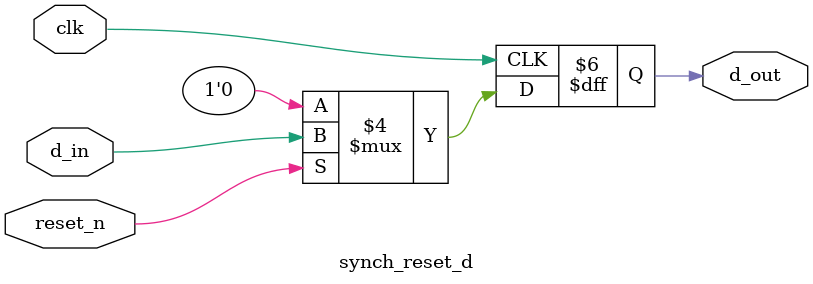
<source format=v>
`timescale 1ns / 1ps


module synch_reset_d(
                    input d_in, clk, reset_n, 
                    output reg d_out
    );
    always @(posedge clk)
    begin
        if(~reset_n)
            d_out <= 1'b0;
        else
            d_out <= d_in;    
    end
endmodule


</source>
